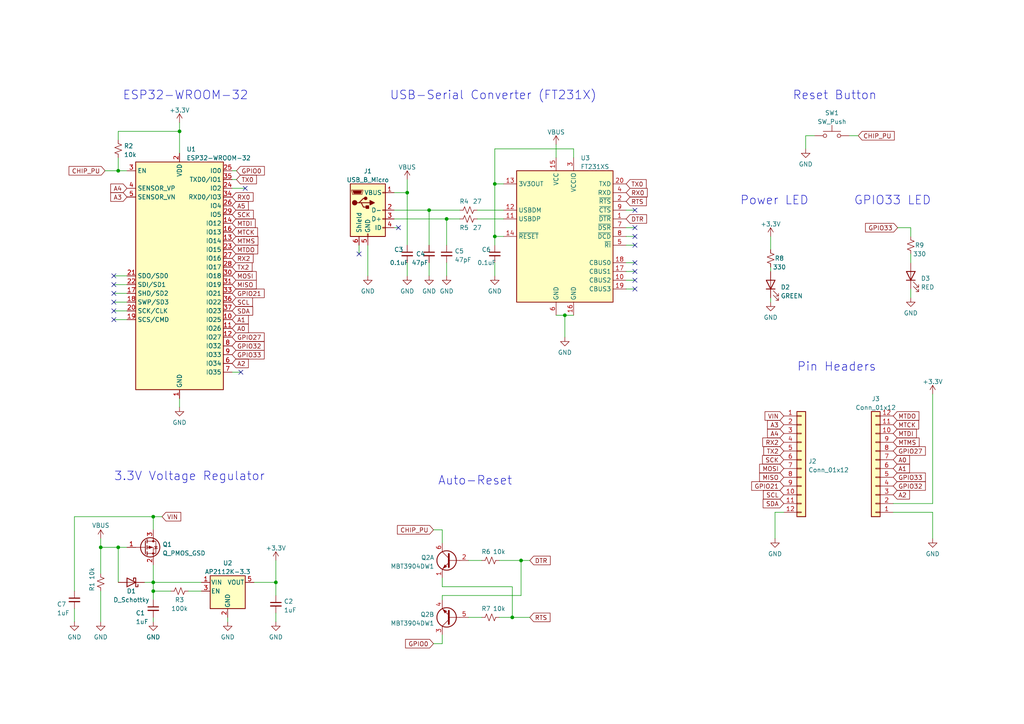
<source format=kicad_sch>
(kicad_sch (version 20211123) (generator eeschema)
  (paper "A4")
  (title_block (title "ESP32-WROOM-32 Dev Board") (date "2023-06-05") (rev "1.0"))
  (lib_symbols
    (symbol "Connector:USB_B_Micro" (pin_names (offset 1.016))
      (property "Reference" "J?" (at 0 11.3198 0))
      (property "Value" "USB_B_Micro" (at 0 8.7829 0))
      (symbol "USB_B_Micro_0_1"
        (rectangle (start -5.08 -7.62) (end 5.08 7.62) (stroke (width 0.254)) (fill (type background)))
        (circle (center -3.81 2.159) (radius 0.635) (stroke (width 0.254)) (fill (type outline)))
        (circle (center -0.635 3.429) (radius 0.381) (stroke (width 0.254)) (fill (type outline)))
        (rectangle (start -0.127 -7.62) (end 0.127 -6.858))
        (polyline (pts (xy -1.905 2.159) (xy 0.635 2.159)) (stroke (width 0.254)))
        (polyline (pts (xy -3.175 2.159) (xy -2.54 2.159) (xy -1.27 3.429) (xy -0.635 3.429)) (stroke (width 0.254)))
        (polyline (pts (xy -2.54 2.159) (xy -1.905 2.159) (xy -1.27 0.889) (xy 0 0.889)) (stroke (width 0.254)))
        (polyline (pts (xy 0.635 2.794) (xy 0.635 1.524) (xy 1.905 2.159) (xy 0.635 2.794)) (stroke (width 0.254)) (fill (type outline)))
        (polyline (pts (xy -4.318 5.588) (xy -1.778 5.588) (xy -2.032 4.826) (xy -4.064 4.826) (xy -4.318 5.588)) (fill (type outline)))
        (polyline (pts (xy -4.699 5.842) (xy -4.699 5.588) (xy -4.445 4.826) (xy -4.445 4.572) (xy -1.651 4.572) (xy -1.651 4.826) (xy -1.397 5.588) (xy -1.397 5.842) (xy -4.699 5.842)))
        (rectangle (start 0.254 1.27) (end -0.508 0.508) (stroke (width 0.254)) (fill (type outline)))
        (rectangle (start 5.08 -5.207) (end 4.318 -4.953))
        (rectangle (start 5.08 -2.667) (end 4.318 -2.413))
        (rectangle (start 5.08 -0.127) (end 4.318 0.127))
        (rectangle (start 5.08 4.953) (end 4.318 5.207))
      )
      (symbol "USB_B_Micro_1_1"
        (pin power_out line (at 7.62 5.08 180) (length 2.54) (name "VBUS") (number "1"))
        (pin bidirectional line (at 7.62 0 180) (length 2.54) (name "D-") (number "2"))
        (pin bidirectional line (at 7.62 -2.54 180) (length 2.54) (name "D+") (number "3"))
        (pin passive line (at 7.62 -5.08 180) (length 2.54) (name "ID") (number "4"))
        (pin power_out line (at 0 -10.16 90) (length 2.54) (name "GND") (number "5"))
        (pin passive line (at -2.54 -10.16 90) (length 2.54) (name "Shield") (number "6"))
      )
    )
    (symbol "Connector_Generic:Conn_01x12" (pin_names (offset 1.016) hide)
      (property "Reference" "J" (at 0 15.24 0))
      (property "Value" "Conn_01x12" (at 0 -17.78 0))
      (symbol "Conn_01x12_1_1"
        (rectangle (start -1.27 -15.113) (end 0 -15.367) (stroke (width 0.1524)))
        (rectangle (start -1.27 -12.573) (end 0 -12.827) (stroke (width 0.1524)))
        (rectangle (start -1.27 -10.033) (end 0 -10.287) (stroke (width 0.1524)))
        (rectangle (start -1.27 -7.493) (end 0 -7.747) (stroke (width 0.1524)))
        (rectangle (start -1.27 -4.953) (end 0 -5.207) (stroke (width 0.1524)))
        (rectangle (start -1.27 -2.413) (end 0 -2.667) (stroke (width 0.1524)))
        (rectangle (start -1.27 0.127) (end 0 -0.127) (stroke (width 0.1524)))
        (rectangle (start -1.27 2.667) (end 0 2.413) (stroke (width 0.1524)))
        (rectangle (start -1.27 5.207) (end 0 4.953) (stroke (width 0.1524)))
        (rectangle (start -1.27 7.747) (end 0 7.493) (stroke (width 0.1524)))
        (rectangle (start -1.27 10.287) (end 0 10.033) (stroke (width 0.1524)))
        (rectangle (start -1.27 12.827) (end 0 12.573) (stroke (width 0.1524)))
        (rectangle (start -1.27 13.97) (end 1.27 -16.51) (stroke (width 0.254)) (fill (type background)))
        (pin passive line (at -5.08 12.7 0) (length 3.81) (name "Pin_1") (number "1"))
        (pin passive line (at -5.08 -10.16 0) (length 3.81) (name "Pin_10") (number "10"))
        (pin passive line (at -5.08 -12.7 0) (length 3.81) (name "Pin_11") (number "11"))
        (pin passive line (at -5.08 -15.24 0) (length 3.81) (name "Pin_12") (number "12"))
        (pin passive line (at -5.08 10.16 0) (length 3.81) (name "Pin_2") (number "2"))
        (pin passive line (at -5.08 7.62 0) (length 3.81) (name "Pin_3") (number "3"))
        (pin passive line (at -5.08 5.08 0) (length 3.81) (name "Pin_4") (number "4"))
        (pin passive line (at -5.08 2.54 0) (length 3.81) (name "Pin_5") (number "5"))
        (pin passive line (at -5.08 0 0) (length 3.81) (name "Pin_6") (number "6"))
        (pin passive line (at -5.08 -2.54 0) (length 3.81) (name "Pin_7") (number "7"))
        (pin passive line (at -5.08 -5.08 0) (length 3.81) (name "Pin_8") (number "8"))
        (pin passive line (at -5.08 -7.62 0) (length 3.81) (name "Pin_9") (number "9"))
      )
    )
    (symbol "Device:C_Small" (pin_numbers hide) (pin_names (offset 0.254) hide)
      (property "Reference" "C" (at 0.254 1.778 0))
      (property "Value" "C_Small" (at 0.254 -2.032 0))
      (symbol "C_Small_0_1"
        (polyline (pts (xy -1.524 -0.508) (xy 1.524 -0.508)) (stroke (width 0.3302)))
        (polyline (pts (xy -1.524 0.508) (xy 1.524 0.508)) (stroke (width 0.3048)))
      )
      (symbol "C_Small_1_1"
        (pin passive line (at 0 2.54 270) (length 2.032) (name "~") (number "1"))
        (pin passive line (at 0 -2.54 90) (length 2.032) (name "~") (number "2"))
      )
    )
    (symbol "Device:D_Schottky" (pin_numbers hide) (pin_names (offset 1.016) hide)
      (property "Reference" "D" (at 0 2.54 0))
      (property "Value" "D_Schottky" (at 0 -2.54 0))
      (symbol "D_Schottky_0_1"
        (polyline (pts (xy 1.27 0) (xy -1.27 0)))
        (polyline (pts (xy 1.27 1.27) (xy 1.27 -1.27) (xy -1.27 0) (xy 1.27 1.27)) (stroke (width 0.254)))
        (polyline (pts (xy -1.905 0.635) (xy -1.905 1.27) (xy -1.27 1.27) (xy -1.27 -1.27) (xy -0.635 -1.27) (xy -0.635 -0.635)) (stroke (width 0.254)))
      )
      (symbol "D_Schottky_1_1"
        (pin passive line (at -3.81 0 0) (length 2.54) (name "K") (number "1"))
        (pin passive line (at 3.81 0 180) (length 2.54) (name "A") (number "2"))
      )
    )
    (symbol "Device:LED" (pin_numbers hide) (pin_names (offset 1.016) hide)
      (property "Reference" "D" (at 0 2.54 0))
      (property "Value" "LED" (at 0 -2.54 0))
      (symbol "LED_0_1"
        (polyline (pts (xy -1.27 -1.27) (xy -1.27 1.27)) (stroke (width 0.254)))
        (polyline (pts (xy -1.27 0) (xy 1.27 0)))
        (polyline (pts (xy 1.27 -1.27) (xy 1.27 1.27) (xy -1.27 0) (xy 1.27 -1.27)) (stroke (width 0.254)))
        (polyline (pts (xy -3.048 -0.762) (xy -4.572 -2.286) (xy -3.81 -2.286) (xy -4.572 -2.286) (xy -4.572 -1.524)))
        (polyline (pts (xy -1.778 -0.762) (xy -3.302 -2.286) (xy -2.54 -2.286) (xy -3.302 -2.286) (xy -3.302 -1.524)))
      )
      (symbol "LED_1_1"
        (pin passive line (at -3.81 0 0) (length 2.54) (name "K") (number "1"))
        (pin passive line (at 3.81 0 180) (length 2.54) (name "A") (number "2"))
      )
    )
    (symbol "Device:Q_PMOS_GSD" (pin_names (offset 0) hide)
      (property "Reference" "Q" (at 5.08 1.27 0))
      (property "Value" "Q_PMOS_GSD" (at 5.08 -1.27 0))
      (symbol "Q_PMOS_GSD_0_1"
        (polyline (pts (xy 0.254 0) (xy -2.54 0)))
        (polyline (pts (xy 0.254 1.905) (xy 0.254 -1.905)) (stroke (width 0.254)))
        (polyline (pts (xy 0.762 -1.27) (xy 0.762 -2.286)) (stroke (width 0.254)))
        (polyline (pts (xy 0.762 0.508) (xy 0.762 -0.508)) (stroke (width 0.254)))
        (polyline (pts (xy 0.762 2.286) (xy 0.762 1.27)) (stroke (width 0.254)))
        (polyline (pts (xy 2.54 2.54) (xy 2.54 1.778)))
        (polyline (pts (xy 2.54 -2.54) (xy 2.54 0) (xy 0.762 0)))
        (polyline (pts (xy 0.762 1.778) (xy 3.302 1.778) (xy 3.302 -1.778) (xy 0.762 -1.778)))
        (polyline (pts (xy 2.286 0) (xy 1.27 0.381) (xy 1.27 -0.381) (xy 2.286 0)) (fill (type outline)))
        (polyline (pts (xy 2.794 -0.508) (xy 2.921 -0.381) (xy 3.683 -0.381) (xy 3.81 -0.254)))
        (polyline (pts (xy 3.302 -0.381) (xy 2.921 0.254) (xy 3.683 0.254) (xy 3.302 -0.381)))
        (circle (center 1.651 0) (radius 2.794) (stroke (width 0.254)))
        (circle (center 2.54 -1.778) (radius 0.254) (fill (type outline)))
        (circle (center 2.54 1.778) (radius 0.254) (fill (type outline)))
      )
      (symbol "Q_PMOS_GSD_1_1"
        (pin input line (at -5.08 0 0) (length 2.54) (name "G") (number "1"))
        (pin passive line (at 2.54 -5.08 90) (length 2.54) (name "S") (number "2"))
        (pin passive line (at 2.54 5.08 270) (length 2.54) (name "D") (number "3"))
      )
    )
    (symbol "Device:R_Small_US" (pin_numbers hide) (pin_names (offset 0.254) hide)
      (property "Reference" "R" (at 0.762 0.508 0))
      (property "Value" "R_Small_US" (at 0.762 -1.016 0))
      (symbol "R_Small_US_1_1"
        (polyline (pts (xy 0 0) (xy 1.016 -0.381) (xy 0 -0.762) (xy -1.016 -1.143) (xy 0 -1.524)))
        (polyline (pts (xy 0 1.524) (xy 1.016 1.143) (xy 0 0.762) (xy -1.016 0.381) (xy 0 0)))
        (pin passive line (at 0 2.54 270) (length 1.016) (name "~") (number "1"))
        (pin passive line (at 0 -2.54 90) (length 1.016) (name "~") (number "2"))
      )
    )
    (symbol "Interface_USB:FT231XS"
      (property "Reference" "U" (at -13.97 20.32 0))
      (property "Value" "FT231XS" (at 7.62 20.32 0))
      (symbol "FT231XS_0_1"
        (rectangle (start -13.97 19.05) (end 13.97 -19.05) (stroke (width 0.254)) (fill (type background)))
      )
      (symbol "FT231XS_1_1"
        (pin output line (at 17.78 5.08 180) (length 3.81) (name "~{DTR}") (number "1"))
        (pin bidirectional line (at 17.78 -12.7 180) (length 3.81) (name "CBUS2") (number "10"))
        (pin bidirectional line (at -17.78 5.08 0) (length 3.81) (name "USBDP") (number "11"))
        (pin bidirectional line (at -17.78 7.62 0) (length 3.81) (name "USBDM") (number "12"))
        (pin power_out line (at -17.78 15.24 0) (length 3.81) (name "3V3OUT") (number "13"))
        (pin input line (at -17.78 0 0) (length 3.81) (name "~{RESET}") (number "14"))
        (pin power_in line (at -2.54 22.86 270) (length 3.81) (name "VCC") (number "15"))
        (pin power_in line (at 2.54 -22.86 90) (length 3.81) (name "GND") (number "16"))
        (pin bidirectional line (at 17.78 -10.16 180) (length 3.81) (name "CBUS1") (number "17"))
        (pin bidirectional line (at 17.78 -7.62 180) (length 3.81) (name "CBUS0") (number "18"))
        (pin bidirectional line (at 17.78 -15.24 180) (length 3.81) (name "CBUS3") (number "19"))
        (pin output line (at 17.78 10.16 180) (length 3.81) (name "~{RTS}") (number "2"))
        (pin output line (at 17.78 15.24 180) (length 3.81) (name "TXD") (number "20"))
        (pin power_in line (at 2.54 22.86 270) (length 3.81) (name "VCCIO") (number "3"))
        (pin input line (at 17.78 12.7 180) (length 3.81) (name "RXD") (number "4"))
        (pin input line (at 17.78 -2.54 180) (length 3.81) (name "~{RI}") (number "5"))
        (pin power_in line (at -2.54 -22.86 90) (length 3.81) (name "GND") (number "6"))
        (pin input line (at 17.78 2.54 180) (length 3.81) (name "~{DSR}") (number "7"))
        (pin input line (at 17.78 0 180) (length 3.81) (name "~{DCD}") (number "8"))
        (pin input line (at 17.78 7.62 180) (length 3.81) (name "~{CTS}") (number "9"))
      )
    )
    (symbol "RF_Module:ESP32-WROOM-32"
      (property "Reference" "U" (at -12.7 34.29 0))
      (property "Value" "ESP32-WROOM-32" (at 1.27 34.29 0))
      (symbol "ESP32-WROOM-32_0_1"
        (rectangle (start -12.7 33.02) (end 12.7 -33.02) (stroke (width 0.254)) (fill (type background)))
      )
      (symbol "ESP32-WROOM-32_1_1"
        (pin power_in line (at 0 -35.56 90) (length 2.54) (name "GND") (number "1"))
        (pin bidirectional line (at 15.24 -12.7 180) (length 2.54) (name "IO25") (number "10"))
        (pin bidirectional line (at 15.24 -15.24 180) (length 2.54) (name "IO26") (number "11"))
        (pin bidirectional line (at 15.24 -17.78 180) (length 2.54) (name "IO27") (number "12"))
        (pin bidirectional line (at 15.24 10.16 180) (length 2.54) (name "IO14") (number "13"))
        (pin bidirectional line (at 15.24 15.24 180) (length 2.54) (name "IO12") (number "14"))
        (pin passive line (at 0 -35.56 90) (length 2.54) hide (name "GND") (number "15"))
        (pin bidirectional line (at 15.24 12.7 180) (length 2.54) (name "IO13") (number "16"))
        (pin bidirectional line (at -15.24 -5.08 0) (length 2.54) (name "SHD/SD2") (number "17"))
        (pin bidirectional line (at -15.24 -7.62 0) (length 2.54) (name "SWP/SD3") (number "18"))
        (pin bidirectional line (at -15.24 -12.7 0) (length 2.54) (name "SCS/CMD") (number "19"))
        (pin power_in line (at 0 35.56 270) (length 2.54) (name "VDD") (number "2"))
        (pin bidirectional line (at -15.24 -10.16 0) (length 2.54) (name "SCK/CLK") (number "20"))
        (pin bidirectional line (at -15.24 0 0) (length 2.54) (name "SDO/SD0") (number "21"))
        (pin bidirectional line (at -15.24 -2.54 0) (length 2.54) (name "SDI/SD1") (number "22"))
        (pin bidirectional line (at 15.24 7.62 180) (length 2.54) (name "IO15") (number "23"))
        (pin bidirectional line (at 15.24 25.4 180) (length 2.54) (name "IO2") (number "24"))
        (pin bidirectional line (at 15.24 30.48 180) (length 2.54) (name "IO0") (number "25"))
        (pin bidirectional line (at 15.24 20.32 180) (length 2.54) (name "IO4") (number "26"))
        (pin bidirectional line (at 15.24 5.08 180) (length 2.54) (name "IO16") (number "27"))
        (pin bidirectional line (at 15.24 2.54 180) (length 2.54) (name "IO17") (number "28"))
        (pin bidirectional line (at 15.24 17.78 180) (length 2.54) (name "IO5") (number "29"))
        (pin input line (at -15.24 30.48 0) (length 2.54) (name "EN") (number "3"))
        (pin bidirectional line (at 15.24 0 180) (length 2.54) (name "IO18") (number "30"))
        (pin bidirectional line (at 15.24 -2.54 180) (length 2.54) (name "IO19") (number "31"))
        (pin no_connect line (at -12.7 -27.94 0) (length 2.54) hide (name "NC") (number "32"))
        (pin bidirectional line (at 15.24 -5.08 180) (length 2.54) (name "IO21") (number "33"))
        (pin bidirectional line (at 15.24 22.86 180) (length 2.54) (name "RXD0/IO3") (number "34"))
        (pin bidirectional line (at 15.24 27.94 180) (length 2.54) (name "TXD0/IO1") (number "35"))
        (pin bidirectional line (at 15.24 -7.62 180) (length 2.54) (name "IO22") (number "36"))
        (pin bidirectional line (at 15.24 -10.16 180) (length 2.54) (name "IO23") (number "37"))
        (pin passive line (at 0 -35.56 90) (length 2.54) hide (name "GND") (number "38"))
        (pin passive line (at 0 -35.56 90) (length 2.54) hide (name "GND") (number "39"))
        (pin input line (at -15.24 25.4 0) (length 2.54) (name "SENSOR_VP") (number "4"))
        (pin input line (at -15.24 22.86 0) (length 2.54) (name "SENSOR_VN") (number "5"))
        (pin input line (at 15.24 -25.4 180) (length 2.54) (name "IO34") (number "6"))
        (pin input line (at 15.24 -27.94 180) (length 2.54) (name "IO35") (number "7"))
        (pin bidirectional line (at 15.24 -20.32 180) (length 2.54) (name "IO32") (number "8"))
        (pin bidirectional line (at 15.24 -22.86 180) (length 2.54) (name "IO33") (number "9"))
      )
    )
    (symbol "Regulator_Linear:AP2112K-3.3" (pin_names (offset 0.254))
      (property "Reference" "U" (at -5.08 5.715 0))
      (property "Value" "AP2112K-3.3" (at 0 5.715 0))
      (symbol "AP2112K-3.3_0_1"
        (rectangle (start -5.08 4.445) (end 5.08 -5.08) (stroke (width 0.254)) (fill (type background)))
      )
      (symbol "AP2112K-3.3_1_1"
        (pin power_in line (at -7.62 2.54 0) (length 2.54) (name "VIN") (number "1"))
        (pin power_in line (at 0 -7.62 90) (length 2.54) (name "GND") (number "2"))
        (pin input line (at -7.62 0 0) (length 2.54) (name "EN") (number "3"))
        (pin no_connect line (at 5.08 0 180) (length 2.54) hide (name "NC") (number "4"))
        (pin power_out line (at 7.62 2.54 180) (length 2.54) (name "VOUT") (number "5"))
      )
    )
    (symbol "Switch:SW_Push" (pin_numbers hide) (pin_names (offset 1.016) hide)
      (property "Reference" "SW" (at 1.27 2.54 0))
      (property "Value" "SW_Push" (at 0 -1.524 0))
      (symbol "SW_Push_0_1"
        (circle (center -2.032 0) (radius 0.508))
        (polyline (pts (xy 0 1.27) (xy 0 3.048)))
        (polyline (pts (xy 2.54 1.27) (xy -2.54 1.27)))
        (circle (center 2.032 0) (radius 0.508))
        (pin passive line (at -5.08 0 0) (length 2.54) (name "1") (number "1"))
        (pin passive line (at 5.08 0 180) (length 2.54) (name "2") (number "2"))
      )
    )
    (symbol "Transistor_BJT:MBT3904DW1" (pin_names (offset 0) hide)
      (property "Reference" "Q" (at 5.08 1.27 0))
      (property "Value" "MBT3904DW1" (at 5.08 -1.27 0))
      (symbol "MBT3904DW1_0_1"
        (polyline (pts (xy 0.635 0) (xy -2.54 0)))
        (polyline (pts (xy 0.635 0.635) (xy 2.54 2.54)))
        (polyline (pts (xy 0.635 -0.635) (xy 2.54 -2.54) (xy 2.54 -2.54)))
        (polyline (pts (xy 0.635 1.905) (xy 0.635 -1.905) (xy 0.635 -1.905)) (stroke (width 0.508)))
        (polyline (pts (xy 1.27 -1.778) (xy 1.778 -1.27) (xy 2.286 -2.286) (xy 1.27 -1.778) (xy 1.27 -1.778)) (fill (type outline)))
        (circle (center 1.27 0) (radius 2.8194) (stroke (width 0.254)))
      )
      (symbol "MBT3904DW1_1_1"
        (pin passive line (at 2.54 -5.08 90) (length 2.54) (name "E1") (number "1"))
        (pin input line (at -5.08 0 0) (length 2.54) (name "B1") (number "2"))
        (pin passive line (at 2.54 5.08 270) (length 2.54) (name "C1") (number "6"))
      )
      (symbol "MBT3904DW1_2_1"
        (pin passive line (at 2.54 5.08 270) (length 2.54) (name "C2") (number "3"))
        (pin passive line (at 2.54 -5.08 90) (length 2.54) (name "E2") (number "4"))
        (pin input line (at -5.08 0 0) (length 2.54) (name "B2") (number "5"))
      )
    )
    (symbol "power:+3.3V" (power) (pin_names (offset 0))
      (property "Value" "+3.3V" (at 0 3.556 0))
      (symbol "+3.3V_0_1"
        (polyline (pts (xy -0.762 1.27) (xy 0 2.54)))
        (polyline (pts (xy 0 0) (xy 0 2.54)))
        (polyline (pts (xy 0 2.54) (xy 0.762 1.27)))
      )
      (symbol "+3.3V_1_1"
        (pin power_in line (at 0 0 90) (length 0) hide (name "+3.3V") (number "1"))
      )
    )
    (symbol "power:GND" (power) (pin_names (offset 0))
      (property "Value" "GND" (at 0 -3.81 0))
      (symbol "GND_0_1"
        (polyline (pts (xy 0 0) (xy 0 -1.27) (xy 1.27 -1.27) (xy 0 -2.54) (xy -1.27 -1.27) (xy 0 -1.27)))
      )
      (symbol "GND_1_1"
        (pin power_in line (at 0 0 270) (length 0) hide (name "GND") (number "1"))
      )
    )
    (symbol "power:VBUS" (power) (pin_names (offset 0))
      (property "Value" "VBUS" (at 0 3.81 0))
      (symbol "VBUS_0_1"
        (polyline (pts (xy -0.762 1.27) (xy 0 2.54)))
        (polyline (pts (xy 0 0) (xy 0 2.54)))
        (polyline (pts (xy 0 2.54) (xy 0.762 1.27)))
      )
      (symbol "VBUS_1_1"
        (pin power_in line (at 0 0 90) (length 0) hide (name "VBUS") (number "1"))
      )
    )
  )
  (junction (at 34.29 158.75))
  (junction (at 29.21 158.75))
  (junction (at 44.45 171.45))
  (junction (at 143.51 68.58))
  (junction (at 143.51 53.34))
  (junction (at 118.11 55.88))
  (junction (at 148.59 179.07))
  (junction (at 52.07 38.1))
  (junction (at 80.01 168.91))
  (junction (at 129.54 63.5))
  (junction (at 163.83 91.44))
  (junction (at 124.46 60.96))
  (junction (at 34.29 49.53))
  (junction (at 44.45 168.91))
  (junction (at 151.13 162.56))
  (junction (at 44.45 149.86))
  (no_connect (at 71.12 54.61))
  (no_connect (at 184.15 66.04))
  (no_connect (at 69.85 107.95))
  (no_connect (at 184.15 78.74))
  (no_connect (at 184.15 71.12))
  (no_connect (at 33.02 82.55))
  (no_connect (at 184.15 60.96))
  (no_connect (at 184.15 76.2))
  (no_connect (at 104.14 73.66))
  (no_connect (at 184.15 68.58))
  (no_connect (at 184.15 81.28))
  (no_connect (at 33.02 80.01))
  (no_connect (at 115.57 66.04))
  (no_connect (at 33.02 85.09))
  (no_connect (at 33.02 87.63))
  (no_connect (at 184.15 83.82))
  (no_connect (at 33.02 92.71))
  (no_connect (at 33.02 90.17))
  (wire (pts (xy 68.58 52.07) (xy 67.31 52.07)))
  (wire (pts (xy 233.68 39.37) (xy 233.68 43.18)))
  (wire (pts (xy 80.01 177.8) (xy 80.01 180.34)))
  (wire (pts (xy 144.78 179.07) (xy 148.59 179.07)))
  (wire (pts (xy 30.48 49.53) (xy 34.29 49.53)))
  (wire (pts (xy 181.61 81.28) (xy 184.15 81.28)))
  (wire (pts (xy 21.59 176.53) (xy 21.59 180.34)))
  (wire (pts (xy 33.02 85.09) (xy 36.83 85.09)))
  (wire (pts (xy 34.29 45.72) (xy 34.29 49.53)))
  (wire (pts (xy 143.51 76.2) (xy 143.51 80.01)))
  (wire (pts (xy 181.61 66.04) (xy 184.15 66.04)))
  (wire (pts (xy 66.04 179.07) (xy 66.04 180.34)))
  (wire (pts (xy 144.78 162.56) (xy 151.13 162.56)))
  (wire (pts (xy 264.16 73.66) (xy 264.16 76.2)))
  (wire (pts (xy 124.46 60.96) (xy 124.46 71.12)))
  (wire (pts (xy 118.11 55.88) (xy 114.3 55.88)))
  (wire (pts (xy 118.11 55.88) (xy 118.11 71.12)))
  (wire (pts (xy 143.51 68.58) (xy 143.51 53.34)))
  (wire (pts (xy 151.13 162.56) (xy 153.67 162.56)))
  (wire (pts (xy 181.61 83.82) (xy 184.15 83.82)))
  (wire (pts (xy 33.02 80.01) (xy 36.83 80.01)))
  (wire (pts (xy 29.21 156.21) (xy 29.21 158.75)))
  (wire (pts (xy 52.07 35.56) (xy 52.07 38.1)))
  (wire (pts (xy 52.07 38.1) (xy 52.07 44.45)))
  (wire (pts (xy 148.59 170.18) (xy 148.59 179.07)))
  (wire (pts (xy 104.14 71.12) (xy 104.14 73.66)))
  (wire (pts (xy 33.02 82.55) (xy 36.83 82.55)))
  (wire (pts (xy 128.27 186.69) (xy 128.27 184.15)))
  (wire (pts (xy 143.51 53.34) (xy 143.51 43.18)))
  (wire (pts (xy 33.02 90.17) (xy 36.83 90.17)))
  (wire (pts (xy 34.29 40.64) (xy 34.29 38.1)))
  (wire (pts (xy 114.3 63.5) (xy 129.54 63.5)))
  (wire (pts (xy 264.16 66.04) (xy 264.16 68.58)))
  (wire (pts (xy 67.31 54.61) (xy 71.12 54.61)))
  (wire (pts (xy 125.73 153.67) (xy 128.27 153.67)))
  (wire (pts (xy 34.29 38.1) (xy 52.07 38.1)))
  (wire (pts (xy 34.29 49.53) (xy 36.83 49.53)))
  (wire (pts (xy 148.59 179.07) (xy 153.67 179.07)))
  (wire (pts (xy 129.54 63.5) (xy 133.35 63.5)))
  (wire (pts (xy 29.21 158.75) (xy 34.29 158.75)))
  (wire (pts (xy 163.83 91.44) (xy 166.37 91.44)))
  (wire (pts (xy 44.45 171.45) (xy 44.45 173.99)))
  (wire (pts (xy 128.27 153.67) (xy 128.27 157.48)))
  (wire (pts (xy 224.79 148.59) (xy 224.79 156.21)))
  (wire (pts (xy 80.01 162.56) (xy 80.01 168.91)))
  (wire (pts (xy 181.61 71.12) (xy 184.15 71.12)))
  (wire (pts (xy 143.51 43.18) (xy 166.37 43.18)))
  (wire (pts (xy 21.59 149.86) (xy 44.45 149.86)))
  (wire (pts (xy 44.45 168.91) (xy 58.42 168.91)))
  (wire (pts (xy 128.27 167.64) (xy 128.27 170.18)))
  (wire (pts (xy 41.91 168.91) (xy 44.45 168.91)))
  (wire (pts (xy 181.61 78.74) (xy 184.15 78.74)))
  (wire (pts (xy 124.46 60.96) (xy 133.35 60.96)))
  (wire (pts (xy 143.51 53.34) (xy 146.05 53.34)))
  (wire (pts (xy 44.45 149.86) (xy 44.45 153.67)))
  (wire (pts (xy 33.02 92.71) (xy 36.83 92.71)))
  (wire (pts (xy 236.22 39.37) (xy 233.68 39.37)))
  (wire (pts (xy 161.29 91.44) (xy 163.83 91.44)))
  (wire (pts (xy 106.68 71.12) (xy 106.68 80.01)))
  (wire (pts (xy 29.21 171.45) (xy 29.21 180.34)))
  (wire (pts (xy 118.11 76.2) (xy 118.11 80.01)))
  (wire (pts (xy 128.27 170.18) (xy 148.59 170.18)))
  (wire (pts (xy 260.35 66.04) (xy 264.16 66.04)))
  (wire (pts (xy 73.66 168.91) (xy 80.01 168.91)))
  (wire (pts (xy 44.45 163.83) (xy 44.45 168.91)))
  (wire (pts (xy 80.01 168.91) (xy 80.01 172.72)))
  (wire (pts (xy 54.61 171.45) (xy 58.42 171.45)))
  (wire (pts (xy 146.05 68.58) (xy 143.51 68.58)))
  (wire (pts (xy 44.45 168.91) (xy 44.45 171.45)))
  (wire (pts (xy 128.27 173.99) (xy 128.27 172.72)))
  (wire (pts (xy 270.51 146.05) (xy 270.51 114.3)))
  (wire (pts (xy 259.08 148.59) (xy 270.51 148.59)))
  (wire (pts (xy 34.29 158.75) (xy 36.83 158.75)))
  (wire (pts (xy 161.29 41.91) (xy 161.29 45.72)))
  (wire (pts (xy 34.29 158.75) (xy 34.29 168.91)))
  (wire (pts (xy 114.3 66.04) (xy 115.57 66.04)))
  (wire (pts (xy 246.38 39.37) (xy 248.92 39.37)))
  (wire (pts (xy 270.51 148.59) (xy 270.51 156.21)))
  (wire (pts (xy 223.52 86.36) (xy 223.52 87.63)))
  (wire (pts (xy 166.37 45.72) (xy 166.37 43.18)))
  (wire (pts (xy 129.54 76.2) (xy 129.54 80.01)))
  (wire (pts (xy 223.52 77.47) (xy 223.52 78.74)))
  (wire (pts (xy 264.16 83.82) (xy 264.16 86.36)))
  (wire (pts (xy 128.27 172.72) (xy 151.13 172.72)))
  (wire (pts (xy 259.08 146.05) (xy 270.51 146.05)))
  (wire (pts (xy 68.58 49.53) (xy 67.31 49.53)))
  (wire (pts (xy 151.13 172.72) (xy 151.13 162.56)))
  (wire (pts (xy 135.89 162.56) (xy 139.7 162.56)))
  (wire (pts (xy 135.89 179.07) (xy 139.7 179.07)))
  (wire (pts (xy 227.33 148.59) (xy 224.79 148.59)))
  (wire (pts (xy 49.53 171.45) (xy 44.45 171.45)))
  (wire (pts (xy 223.52 68.58) (xy 223.52 72.39)))
  (wire (pts (xy 181.61 60.96) (xy 184.15 60.96)))
  (wire (pts (xy 52.07 115.57) (xy 52.07 118.11)))
  (wire (pts (xy 138.43 60.96) (xy 146.05 60.96)))
  (wire (pts (xy 163.83 91.44) (xy 163.83 97.79)))
  (wire (pts (xy 114.3 60.96) (xy 124.46 60.96)))
  (wire (pts (xy 129.54 63.5) (xy 129.54 71.12)))
  (wire (pts (xy 181.61 68.58) (xy 184.15 68.58)))
  (wire (pts (xy 46.99 149.86) (xy 44.45 149.86)))
  (wire (pts (xy 44.45 179.07) (xy 44.45 180.34)))
  (wire (pts (xy 33.02 87.63) (xy 36.83 87.63)))
  (wire (pts (xy 118.11 52.07) (xy 118.11 55.88)))
  (wire (pts (xy 138.43 63.5) (xy 146.05 63.5)))
  (wire (pts (xy 21.59 171.45) (xy 21.59 149.86)))
  (wire (pts (xy 124.46 76.2) (xy 124.46 80.01)))
  (wire (pts (xy 125.73 186.69) (xy 128.27 186.69)))
  (wire (pts (xy 181.61 76.2) (xy 184.15 76.2)))
  (wire (pts (xy 143.51 68.58) (xy 143.51 71.12)))
  (wire (pts (xy 67.31 107.95) (xy 69.85 107.95)))
  (wire (pts (xy 29.21 158.75) (xy 29.21 166.37)))
  (text "GPIO33 LED" (at 247.65 59.69 0) (effects (font (size 2.5 2.5)) (justify left bottom)))
  (text "USB-Serial Converter (FT231X)" (at 113.03 29.21 0) (effects (font (size 2.5 2.5)) (justify left bottom)))
  (text "Reset Button" (at 229.87 29.21 0) (effects (font (size 2.5 2.5)) (justify left bottom)))
  (text "3.3V Voltage Regulator" (at 33.02 139.7 0) (effects (font (size 2.5 2.5)) (justify left bottom)))
  (text "ESP32-WROOM-32" (at 35.56 29.21 0) (effects (font (size 2.5 2.5)) (justify left bottom)))
  (text "Auto-Reset" (at 127 140.97 0) (effects (font (size 2.5 2.5)) (justify left bottom)))
  (text "Pin Headers" (at 231.14 107.95 0) (effects (font (size 2.5 2.5)) (justify left bottom)))
  (text "Power LED" (at 214.63 59.69 0) (effects (font (size 2.5 2.5)) (justify left bottom)))
  (global_label "GPIO33" (shape input) (at 260.35 66.04 180) (property "Intersheet References" "${INTERSHEET_REFS}" (effects hide)))
  (global_label "SCL" (shape input) (at 227.33 143.51 180) (property "Intersheet References" "${INTERSHEET_REFS}" (effects hide)))
  (global_label "GPIO21" (shape input) (at 67.31 85.09 0) (property "Intersheet References" "${INTERSHEET_REFS}" (effects hide)))
  (global_label "DTR" (shape input) (at 181.61 63.5 0) (property "Intersheet References" "${INTERSHEET_REFS}" (effects hide)))
  (global_label "GPIO0" (shape input) (at 68.58 49.53 0) (property "Intersheet References" "${INTERSHEET_REFS}" (effects hide)))
  (global_label "GPIO0" (shape input) (at 125.73 186.69 180) (property "Intersheet References" "${INTERSHEET_REFS}" (effects hide)))
  (global_label "RX2" (shape input) (at 227.33 128.27 180) (property "Intersheet References" "${INTERSHEET_REFS}" (effects hide)))
  (global_label "MTMS" (shape input) (at 67.31 69.85 0) (property "Intersheet References" "${INTERSHEET_REFS}" (effects hide)))
  (global_label "MISO" (shape input) (at 227.33 138.43 180) (property "Intersheet References" "${INTERSHEET_REFS}" (effects hide)))
  (global_label "A5" (shape input) (at 67.31 59.69 0) (property "Intersheet References" "${INTERSHEET_REFS}" (effects hide)))
  (global_label "SCL" (shape input) (at 67.31 87.63 0) (property "Intersheet References" "${INTERSHEET_REFS}" (effects hide)))
  (global_label "MTDI" (shape input) (at 259.08 125.73 0) (property "Intersheet References" "${INTERSHEET_REFS}" (effects hide)))
  (global_label "SDA" (shape input) (at 67.31 90.17 0) (property "Intersheet References" "${INTERSHEET_REFS}" (effects hide)))
  (global_label "A4" (shape input) (at 227.33 125.73 180) (property "Intersheet References" "${INTERSHEET_REFS}" (effects hide)))
  (global_label "MOSI" (shape input) (at 67.31 80.01 0) (property "Intersheet References" "${INTERSHEET_REFS}" (effects hide)))
  (global_label "GPIO21" (shape input) (at 227.33 140.97 180) (property "Intersheet References" "${INTERSHEET_REFS}" (effects hide)))
  (global_label "A0" (shape input) (at 259.08 133.35 0) (property "Intersheet References" "${INTERSHEET_REFS}" (effects hide)))
  (global_label "MISO" (shape input) (at 67.31 82.55 0) (property "Intersheet References" "${INTERSHEET_REFS}" (effects hide)))
  (global_label "MTDI" (shape input) (at 67.31 64.77 0) (property "Intersheet References" "${INTERSHEET_REFS}" (effects hide)))
  (global_label "CHIP_PU" (shape input) (at 125.73 153.67 180) (property "Intersheet References" "${INTERSHEET_REFS}" (effects hide)))
  (global_label "GPIO33" (shape input) (at 67.31 102.87 0) (property "Intersheet References" "${INTERSHEET_REFS}" (effects hide)))
  (global_label "MTCK" (shape input) (at 67.31 67.31 0) (property "Intersheet References" "${INTERSHEET_REFS}" (effects hide)))
  (global_label "RTS" (shape input) (at 153.67 179.07 0) (property "Intersheet References" "${INTERSHEET_REFS}" (effects hide)))
  (global_label "TX2" (shape input) (at 67.31 77.47 0) (property "Intersheet References" "${INTERSHEET_REFS}" (effects hide)))
  (global_label "SCK" (shape input) (at 227.33 133.35 180) (property "Intersheet References" "${INTERSHEET_REFS}" (effects hide)))
  (global_label "MTCK" (shape input) (at 259.08 123.19 0) (property "Intersheet References" "${INTERSHEET_REFS}" (effects hide)))
  (global_label "A2" (shape input) (at 259.08 143.51 0) (property "Intersheet References" "${INTERSHEET_REFS}" (effects hide)))
  (global_label "GPIO27" (shape input) (at 67.31 97.79 0) (property "Intersheet References" "${INTERSHEET_REFS}" (effects hide)))
  (global_label "GPIO32" (shape input) (at 259.08 140.97 0) (property "Intersheet References" "${INTERSHEET_REFS}" (effects hide)))
  (global_label "VIN" (shape input) (at 227.33 120.65 180) (property "Intersheet References" "${INTERSHEET_REFS}" (effects hide)))
  (global_label "A3" (shape input) (at 227.33 123.19 180) (property "Intersheet References" "${INTERSHEET_REFS}" (effects hide)))
  (global_label "A2" (shape input) (at 67.31 105.41 0) (property "Intersheet References" "${INTERSHEET_REFS}" (effects hide)))
  (global_label "CHIP_PU" (shape input) (at 30.48 49.53 180) (property "Intersheet References" "${INTERSHEET_REFS}" (effects hide)))
  (global_label "A1" (shape input) (at 259.08 135.89 0) (property "Intersheet References" "${INTERSHEET_REFS}" (effects hide)))
  (global_label "RX0" (shape input) (at 181.61 55.88 0) (property "Intersheet References" "${INTERSHEET_REFS}" (effects hide)))
  (global_label "GPIO27" (shape input) (at 259.08 130.81 0) (property "Intersheet References" "${INTERSHEET_REFS}" (effects hide)))
  (global_label "TX2" (shape input) (at 227.33 130.81 180) (property "Intersheet References" "${INTERSHEET_REFS}" (effects hide)))
  (global_label "MOSI" (shape input) (at 227.33 135.89 180) (property "Intersheet References" "${INTERSHEET_REFS}" (effects hide)))
  (global_label "DTR" (shape input) (at 153.67 162.56 0) (property "Intersheet References" "${INTERSHEET_REFS}" (effects hide)))
  (global_label "MTDO" (shape input) (at 67.31 72.39 0) (property "Intersheet References" "${INTERSHEET_REFS}" (effects hide)))
  (global_label "VIN" (shape input) (at 46.99 149.86 0) (property "Intersheet References" "${INTERSHEET_REFS}" (effects hide)))
  (global_label "MTDO" (shape input) (at 259.08 120.65 0) (property "Intersheet References" "${INTERSHEET_REFS}" (effects hide)))
  (global_label "A4" (shape input) (at 36.83 54.61 180) (property "Intersheet References" "${INTERSHEET_REFS}" (effects hide)))
  (global_label "GPIO33" (shape input) (at 259.08 138.43 0) (property "Intersheet References" "${INTERSHEET_REFS}" (effects hide)))
  (global_label "A0" (shape input) (at 67.31 95.25 0) (property "Intersheet References" "${INTERSHEET_REFS}" (effects hide)))
  (global_label "GPIO32" (shape input) (at 67.31 100.33 0) (property "Intersheet References" "${INTERSHEET_REFS}" (effects hide)))
  (global_label "RTS" (shape input) (at 181.61 58.42 0) (property "Intersheet References" "${INTERSHEET_REFS}" (effects hide)))
  (global_label "RX2" (shape input) (at 67.31 74.93 0) (property "Intersheet References" "${INTERSHEET_REFS}" (effects hide)))
  (global_label "SCK" (shape input) (at 67.31 62.23 0) (property "Intersheet References" "${INTERSHEET_REFS}" (effects hide)))
  (global_label "RX0" (shape input) (at 67.31 57.15 0) (property "Intersheet References" "${INTERSHEET_REFS}" (effects hide)))
  (global_label "CHIP_PU" (shape input) (at 248.92 39.37 0) (property "Intersheet References" "${INTERSHEET_REFS}" (effects hide)))
  (global_label "A3" (shape input) (at 36.83 57.15 180) (property "Intersheet References" "${INTERSHEET_REFS}" (effects hide)))
  (global_label "A1" (shape input) (at 67.31 92.71 0) (property "Intersheet References" "${INTERSHEET_REFS}" (effects hide)))
  (global_label "MTMS" (shape input) (at 259.08 128.27 0) (property "Intersheet References" "${INTERSHEET_REFS}" (effects hide)))
  (global_label "TX0" (shape input) (at 181.61 53.34 0) (property "Intersheet References" "${INTERSHEET_REFS}" (effects hide)))
  (global_label "TX0" (shape input) (at 68.58 52.07 0) (property "Intersheet References" "${INTERSHEET_REFS}" (effects hide)))
  (global_label "SDA" (shape input) (at 227.33 146.05 180) (property "Intersheet References" "${INTERSHEET_REFS}" (effects hide)))
  (symbol (lib_id "Connector_Generic:Conn_01x12") (at 232.41 133.35 0) (unit 1)
    (property "Reference" "J2" (at 234.442 133.7853 0) (effects (justify left)))
    (property "Value" "Conn_01x12" (at 234.442 136.3222 0) (effects (justify left)))
    (property "Footprint" "Connector_PinHeader_2.54mm:PinHeader_1x12_P2.54mm_Vertical" (effects hide))
  )
  (symbol (lib_id "Device:R_Small_US") (at 34.29 43.18 0) (unit 1)
    (property "Reference" "R2" (at 35.941 42.3453 0) (effects (justify left)))
    (property "Value" "10k" (at 35.941 44.8822 0) (effects (justify left)))
    (property "Footprint" "Resistor_SMD:R_0805_2012Metric_Pad1.20x1.40mm_HandSolder" (effects hide))
  )
  (symbol (lib_id "power:GND") (at 106.68 80.01 0) (unit 1)
    (property "Reference" "#PWR09" (effects hide))
    (property "Value" "GND" (at 106.68 84.4534 0))
  )
  (symbol (lib_id "Device:R_Small_US") (at 52.07 171.45 270) (unit 1)
    (property "Reference" "R3" (at 52.07 173.99 90))
    (property "Value" "100k" (at 52.07 176.53 90))
    (property "Footprint" "Resistor_SMD:R_0805_2012Metric_Pad1.20x1.40mm_HandSolder" (effects hide))
  )
  (symbol (lib_id "Device:R_Small_US") (at 223.52 74.93 180) (unit 1)
    (property "Reference" "R8" (at 226.06 74.93 0))
    (property "Value" "330" (at 226.06 77.47 0))
    (property "Footprint" "Resistor_SMD:R_0805_2012Metric_Pad1.20x1.40mm_HandSolder" (effects hide))
  )
  (symbol (lib_id "power:GND") (at 224.79 156.21 0) (unit 1)
    (property "Reference" "#PWR018" (effects hide))
    (property "Value" "GND" (at 224.79 160.6534 0))
  )
  (symbol (lib_id "Regulator_Linear:AP2112K-3.3") (at 66.04 171.45 0) (unit 1)
    (property "Reference" "U2" (at 66.04 163.3052 0))
    (property "Value" "AP2112K-3.3" (at 66.04 165.8421 0))
    (property "Footprint" "Package_TO_SOT_SMD:SOT-23-5" (effects hide))
    (property "Datasheet" "https://www.diodes.com/assets/Datasheets/AP2112.pdf" (effects hide))
  )
  (symbol (lib_id "Device:LED") (at 264.16 80.01 90) (unit 1)
    (property "Reference" "D3" (at 267.081 80.7628 90) (effects (justify right)))
    (property "Value" "RED" (at 267.081 83.2997 90) (effects (justify right)))
    (property "Footprint" "LED_SMD:LED_0805_2012Metric_Pad1.15x1.40mm_HandSolder" (effects hide))
  )
  (symbol (lib_id "power:+3.3V") (at 270.51 114.3 0) (unit 1)
    (property "Reference" "#PWR017" (effects hide))
    (property "Value" "+3.3V" (at 270.51 110.7242 0))
  )
  (symbol (lib_id "Device:R_Small_US") (at 135.89 60.96 270) (unit 1)
    (property "Reference" "R4" (at 134.62 58.42 90))
    (property "Value" "27" (at 138.43 58.42 90))
    (property "Footprint" "Resistor_SMD:R_0805_2012Metric_Pad1.20x1.40mm_HandSolder" (effects hide))
  )
  (symbol (lib_id "Transistor_BJT:MBT3904DW1") (at 130.81 179.07 180) (unit 2)
    (property "Reference" "Q2" (at 125.9587 178.2353 0) (effects (justify left)))
    (property "Value" "MBT3904DW1" (at 125.9587 180.7722 0) (effects (justify left)))
    (property "Footprint" "Package_TO_SOT_SMD:SOT-363_SC-70-6_Handsoldering" (effects hide))
    (property "Datasheet" "http://www.onsemi.com/pub_link/Collateral/MBT3904DW1T1-D.PDF" (effects hide))
  )
  (symbol (lib_id "Device:R_Small_US") (at 142.24 162.56 270) (unit 1)
    (property "Reference" "R6" (at 140.97 160.02 90))
    (property "Value" "10k" (at 144.78 160.02 90))
    (property "Footprint" "Resistor_SMD:R_0805_2012Metric_Pad1.20x1.40mm_HandSolder" (effects hide))
  )
  (symbol (lib_id "Device:C_Small") (at 44.45 176.53 0) (unit 1)
    (property "Reference" "C1" (at 39.37 177.8 0) (effects (justify left)))
    (property "Value" "1uF" (at 39.37 180.34 0) (effects (justify left)))
    (property "Footprint" "Capacitor_SMD:C_0805_2012Metric_Pad1.18x1.45mm_HandSolder" (effects hide))
  )
  (symbol (lib_id "power:GND") (at 270.51 156.21 0) (unit 1)
    (property "Reference" "#PWR023" (effects hide))
    (property "Value" "GND" (at 270.51 160.6534 0))
  )
  (symbol (lib_id "power:GND") (at 21.59 180.34 0) (unit 1)
    (property "Reference" "#PWR024" (effects hide))
    (property "Value" "GND" (at 21.59 184.7834 0))
  )
  (symbol (lib_id "power:GND") (at 163.83 97.79 0) (unit 1)
    (property "Reference" "#PWR016" (effects hide))
    (property "Value" "GND" (at 163.83 102.2334 0))
  )
  (symbol (lib_id "Device:R_Small_US") (at 142.24 179.07 270) (unit 1)
    (property "Reference" "R7" (at 140.97 176.53 90))
    (property "Value" "10k" (at 144.78 176.53 90))
    (property "Footprint" "Resistor_SMD:R_0805_2012Metric_Pad1.20x1.40mm_HandSolder" (effects hide))
  )
  (symbol (lib_id "Connector_Generic:Conn_01x12") (at 254 135.89 180) (unit 1)
    (property "Reference" "J3" (at 254 115.6802 0))
    (property "Value" "Conn_01x12" (at 254 118.2171 0))
    (property "Footprint" "Connector_PinHeader_2.54mm:PinHeader_1x12_P2.54mm_Vertical" (effects hide))
  )
  (symbol (lib_id "power:GND") (at 52.07 118.11 0) (unit 1)
    (property "Reference" "#PWR05" (effects hide))
    (property "Value" "GND" (at 52.07 122.5534 0))
  )
  (symbol (lib_id "power:GND") (at 124.46 80.01 0) (unit 1)
    (property "Reference" "#PWR012" (effects hide))
    (property "Value" "GND" (at 124.46 84.4534 0))
  )
  (symbol (lib_id "Device:C_Small") (at 118.11 73.66 0) (unit 1)
    (property "Reference" "C3" (at 114.3 72.39 0) (effects (justify left)))
    (property "Value" "0.1uF" (at 113.03 76.2 0) (effects (justify left)))
    (property "Footprint" "Capacitor_SMD:C_0805_2012Metric_Pad1.18x1.45mm_HandSolder" (effects hide))
  )
  (symbol (lib_id "Switch:SW_Push") (at 241.3 39.37 0) (unit 1)
    (property "Reference" "SW1" (at 241.3 32.7492 0))
    (property "Value" "SW_Push" (at 241.3 35.2861 0))
    (property "Footprint" "Button_Switch_SMD:SW_Tactile_SPST_NO_Straight_CK_PTS636Sx25SMTRLFS" (effects hide))
  )
  (symbol (lib_id "RF_Module:ESP32-WROOM-32") (at 52.07 80.01 0) (unit 1)
    (property "Reference" "U1" (at 54.0894 43.2902 0) (effects (justify left)))
    (property "Value" "ESP32-WROOM-32" (at 54.0894 45.8271 0) (effects (justify left)))
    (property "Footprint" "RF_Module:ESP32-WROOM-32" (effects hide))
    (property "Datasheet" "https://www.espressif.com/sites/default/files/documentation/esp32-wroom-32_datasheet_en.pdf" (effects hide))
  )
  (symbol (lib_id "Device:C_Small") (at 143.51 73.66 0) (unit 1)
    (property "Reference" "C6" (at 139.7 72.39 0) (effects (justify left)))
    (property "Value" "0.1uF" (at 138.43 76.2 0) (effects (justify left)))
    (property "Footprint" "Capacitor_SMD:C_0805_2012Metric_Pad1.18x1.45mm_HandSolder" (effects hide))
  )
  (symbol (lib_id "Device:C_Small") (at 21.59 173.99 0) (unit 1)
    (property "Reference" "C7" (at 16.51 175.26 0) (effects (justify left)))
    (property "Value" "1uF" (at 16.51 177.8 0) (effects (justify left)))
    (property "Footprint" "Capacitor_SMD:C_0805_2012Metric_Pad1.18x1.45mm_HandSolder" (effects hide))
  )
  (symbol (lib_id "power:GND") (at 66.04 180.34 0) (unit 1)
    (property "Reference" "#PWR06" (effects hide))
    (property "Value" "GND" (at 66.04 184.7834 0))
  )
  (symbol (lib_id "power:+3.3V") (at 52.07 35.56 0) (unit 1)
    (property "Reference" "#PWR04" (effects hide))
    (property "Value" "+3.3V" (at 52.07 31.9842 0))
  )
  (symbol (lib_id "power:VBUS") (at 29.21 156.21 0) (unit 1)
    (property "Reference" "#PWR01" (effects hide))
    (property "Value" "VBUS" (at 29.21 152.4 0))
  )
  (symbol (lib_id "Device:R_Small_US") (at 29.21 168.91 0) (unit 1)
    (property "Reference" "R1" (at 26.67 170.18 90))
    (property "Value" "10k" (at 26.67 166.37 90))
    (property "Footprint" "Resistor_SMD:R_0805_2012Metric_Pad1.20x1.40mm_HandSolder" (effects hide))
  )
  (symbol (lib_id "power:GND") (at 264.16 86.36 0) (unit 1)
    (property "Reference" "#PWR022" (effects hide))
    (property "Value" "GND" (at 264.16 90.8034 0))
  )
  (symbol (lib_id "Interface_USB:FT231XS") (at 163.83 68.58 0) (unit 1)
    (property "Reference" "U3" (at 168.3894 45.8302 0) (effects (justify left)))
    (property "Value" "FT231XS" (at 168.3894 48.3671 0) (effects (justify left)))
    (property "Footprint" "Package_SO:SSOP-20_3.9x8.7mm_P0.635mm" (effects hide))
    (property "Datasheet" "https://www.ftdichip.com/Support/Documents/DataSheets/ICs/DS_FT231X.pdf" (effects hide))
  )
  (symbol (lib_id "power:VBUS") (at 161.29 41.91 0) (unit 1)
    (property "Reference" "#PWR015" (effects hide))
    (property "Value" "VBUS" (at 161.29 38.3342 0))
  )
  (symbol (lib_id "Connector:USB_B_Micro") (at 106.68 60.96 0) (unit 1)
    (property "Reference" "J1" (at 106.68 49.6402 0))
    (property "Value" "USB_B_Micro" (at 106.68 52.1771 0))
    (property "Footprint" "Connector_USB:USB_Micro-B_GCT_USB3076-30-A" (effects hide))
  )
  (symbol (lib_id "power:GND") (at 29.21 180.34 0) (unit 1)
    (property "Reference" "#PWR02" (effects hide))
    (property "Value" "GND" (at 29.21 184.7834 0))
  )
  (symbol (lib_id "power:GND") (at 143.51 80.01 0) (unit 1)
    (property "Reference" "#PWR014" (effects hide))
    (property "Value" "GND" (at 143.51 84.4534 0))
  )
  (symbol (lib_id "Transistor_BJT:MBT3904DW1") (at 130.81 162.56 0) (mirror y) (unit 1)
    (property "Reference" "Q2" (at 125.9587 161.7253 0) (effects (justify left)))
    (property "Value" "MBT3904DW1" (at 125.9587 164.2622 0) (effects (justify left)))
    (property "Footprint" "Package_TO_SOT_SMD:SOT-363_SC-70-6_Handsoldering" (effects hide))
    (property "Datasheet" "http://www.onsemi.com/pub_link/Collateral/MBT3904DW1T1-D.PDF" (effects hide))
  )
  (symbol (lib_id "Device:R_Small_US") (at 264.16 71.12 180) (unit 1)
    (property "Reference" "R9" (at 266.7 71.12 0))
    (property "Value" "330" (at 266.7 73.66 0))
    (property "Footprint" "Resistor_SMD:R_0805_2012Metric_Pad1.20x1.40mm_HandSolder" (effects hide))
  )
  (symbol (lib_id "power:GND") (at 44.45 180.34 0) (unit 1)
    (property "Reference" "#PWR03" (effects hide))
    (property "Value" "GND" (at 44.45 184.7834 0))
  )
  (symbol (lib_id "Device:D_Schottky") (at 38.1 168.91 180) (unit 1)
    (property "Reference" "D1" (at 38.1 171.45 0))
    (property "Value" "D_Schottky" (at 38.1 173.99 0))
    (property "Footprint" "Diode_SMD:D_SOD-123" (effects hide))
  )
  (symbol (lib_id "power:+3.3V") (at 223.52 68.58 0) (unit 1)
    (property "Reference" "#PWR019" (effects hide))
    (property "Value" "+3.3V" (at 223.52 65.0042 0))
  )
  (symbol (lib_id "power:GND") (at 118.11 80.01 0) (unit 1)
    (property "Reference" "#PWR011" (effects hide))
    (property "Value" "GND" (at 118.11 84.4534 0))
  )
  (symbol (lib_id "power:VBUS") (at 118.11 52.07 0) (unit 1)
    (property "Reference" "#PWR010" (effects hide))
    (property "Value" "VBUS" (at 118.11 48.4942 0))
  )
  (symbol (lib_id "power:GND") (at 80.01 180.34 0) (unit 1)
    (property "Reference" "#PWR08" (effects hide))
    (property "Value" "GND" (at 80.01 184.7834 0))
  )
  (symbol (lib_id "Device:Q_PMOS_GSD") (at 41.91 158.75 0) (unit 1)
    (property "Reference" "Q1" (at 47.117 157.9153 0) (effects (justify left)))
    (property "Value" "Q_PMOS_GSD" (at 47.117 160.4522 0) (effects (justify left)))
    (property "Footprint" "Package_TO_SOT_SMD:SOT-23" (effects hide))
  )
  (symbol (lib_id "power:GND") (at 223.52 87.63 0) (unit 1)
    (property "Reference" "#PWR020" (effects hide))
    (property "Value" "GND" (at 223.52 92.0734 0))
  )
  (symbol (lib_id "Device:R_Small_US") (at 135.89 63.5 270) (unit 1)
    (property "Reference" "R5" (at 134.62 66.04 90))
    (property "Value" "27" (at 138.43 66.04 90))
    (property "Footprint" "Resistor_SMD:R_0805_2012Metric_Pad1.20x1.40mm_HandSolder" (effects hide))
  )
  (symbol (lib_id "power:+3.3V") (at 80.01 162.56 0) (unit 1)
    (property "Reference" "#PWR07" (effects hide))
    (property "Value" "+3.3V" (at 80.01 158.9842 0))
  )
  (symbol (lib_id "power:GND") (at 233.68 43.18 0) (unit 1)
    (property "Reference" "#PWR021" (effects hide))
    (property "Value" "GND" (at 233.68 47.6234 0))
  )
  (symbol (lib_id "power:GND") (at 129.54 80.01 0) (unit 1)
    (property "Reference" "#PWR013" (effects hide))
    (property "Value" "GND" (at 129.54 84.4534 0))
  )
  (symbol (lib_id "Device:C_Small") (at 80.01 175.26 0) (unit 1)
    (property "Reference" "C2" (at 82.3341 174.4316 0) (effects (justify left)))
    (property "Value" "1uF" (at 82.3341 176.9685 0) (effects (justify left)))
    (property "Footprint" "Capacitor_SMD:C_0805_2012Metric_Pad1.18x1.45mm_HandSolder" (effects hide))
  )
  (symbol (lib_id "Device:C_Small") (at 124.46 73.66 0) (unit 1)
    (property "Reference" "C4" (at 120.65 73.66 0) (effects (justify left)))
    (property "Value" "47pF" (at 119.38 76.2 0) (effects (justify left)))
    (property "Footprint" "Capacitor_SMD:C_0805_2012Metric_Pad1.18x1.45mm_HandSolder" (effects hide))
  )
  (symbol (lib_id "Device:C_Small") (at 129.54 73.66 0) (unit 1)
    (property "Reference" "C5" (at 131.8641 72.8316 0) (effects (justify left)))
    (property "Value" "47pF" (at 131.8641 75.3685 0) (effects (justify left)))
    (property "Footprint" "Capacitor_SMD:C_0805_2012Metric_Pad1.18x1.45mm_HandSolder" (effects hide))
  )
  (symbol (lib_id "Device:LED") (at 223.52 82.55 90) (unit 1)
    (property "Reference" "D2" (at 226.441 83.3028 90) (effects (justify right)))
    (property "Value" "GREEN" (at 226.441 85.8397 90) (effects (justify right)))
    (property "Footprint" "LED_SMD:LED_0805_2012Metric_Pad1.15x1.40mm_HandSolder" (effects hide))
  )
)
</source>
